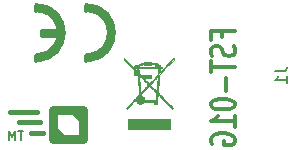
<source format=gbo>
G04 #@! TF.FileFunction,Legend,Bot*
%FSLAX46Y46*%
G04 Gerber Fmt 4.6, Leading zero omitted, Abs format (unit mm)*
G04 Created by KiCad (PCBNEW 4.0.2+dfsg1-stable) date Thu 01 Sep 2016 08:28:52 AM JST*
%MOMM*%
G01*
G04 APERTURE LIST*
%ADD10C,0.150000*%
%ADD11C,0.304800*%
%ADD12C,0.200660*%
%ADD13C,0.250000*%
%ADD14C,0.750000*%
%ADD15C,0.457200*%
%ADD16C,0.762000*%
%ADD17C,0.010000*%
%ADD18C,0.152400*%
G04 APERTURE END LIST*
D10*
D11*
X-2545143Y3195429D02*
X-2545143Y3703429D01*
X-1480762Y3703429D02*
X-3512762Y3703429D01*
X-3512762Y2977715D01*
X-1577524Y2469714D02*
X-1480762Y2252000D01*
X-1480762Y1889143D01*
X-1577524Y1744000D01*
X-1674286Y1671429D01*
X-1867810Y1598857D01*
X-2061333Y1598857D01*
X-2254857Y1671429D01*
X-2351619Y1744000D01*
X-2448381Y1889143D01*
X-2545143Y2179429D01*
X-2641905Y2324571D01*
X-2738667Y2397143D01*
X-2932190Y2469714D01*
X-3125714Y2469714D01*
X-3319238Y2397143D01*
X-3416000Y2324571D01*
X-3512762Y2179429D01*
X-3512762Y1816571D01*
X-3416000Y1598857D01*
X-3512762Y1163428D02*
X-3512762Y292571D01*
X-1480762Y728000D02*
X-3512762Y728000D01*
X-2254857Y-215429D02*
X-2254857Y-1376572D01*
X-3512762Y-2392572D02*
X-3512762Y-2537715D01*
X-3416000Y-2682858D01*
X-3319238Y-2755429D01*
X-3125714Y-2828000D01*
X-2738667Y-2900572D01*
X-2254857Y-2900572D01*
X-1867810Y-2828000D01*
X-1674286Y-2755429D01*
X-1577524Y-2682858D01*
X-1480762Y-2537715D01*
X-1480762Y-2392572D01*
X-1577524Y-2247429D01*
X-1674286Y-2174858D01*
X-1867810Y-2102286D01*
X-2254857Y-2029715D01*
X-2738667Y-2029715D01*
X-3125714Y-2102286D01*
X-3319238Y-2174858D01*
X-3416000Y-2247429D01*
X-3512762Y-2392572D01*
X-1480762Y-4352001D02*
X-1480762Y-3481144D01*
X-1480762Y-3916572D02*
X-3512762Y-3916572D01*
X-3222476Y-3771429D01*
X-3028952Y-3626287D01*
X-2932190Y-3481144D01*
X-3416000Y-5803430D02*
X-3512762Y-5658287D01*
X-3512762Y-5440573D01*
X-3416000Y-5222858D01*
X-3222476Y-5077716D01*
X-3028952Y-5005144D01*
X-2641905Y-4932573D01*
X-2351619Y-4932573D01*
X-1964571Y-5005144D01*
X-1771048Y-5077716D01*
X-1577524Y-5222858D01*
X-1480762Y-5440573D01*
X-1480762Y-5585716D01*
X-1577524Y-5803430D01*
X-1674286Y-5876001D01*
X-2351619Y-5876001D01*
X-2351619Y-5585716D01*
D12*
X1951325Y331046D02*
X2666153Y331046D01*
X2809119Y378702D01*
X2904430Y474012D01*
X2952085Y616978D01*
X2952085Y712288D01*
X2952085Y-669714D02*
X2952085Y-97851D01*
X2952085Y-383782D02*
X1951325Y-383782D01*
X2094290Y-288472D01*
X2189601Y-193161D01*
X2237256Y-97851D01*
D13*
X-18287500Y1725000D02*
X-18412500Y1725000D01*
X-18412500Y1725000D02*
X-18412500Y1225000D01*
X-18412500Y1225000D02*
X-18287500Y1225000D01*
X-18287500Y5975000D02*
X-18412500Y5975000D01*
X-18412500Y5975000D02*
X-18412500Y5475000D01*
X-18412500Y5475000D02*
X-18287500Y5475000D01*
X-17662500Y3350000D02*
X-17787500Y3350000D01*
X-17787500Y3850000D02*
X-17662500Y3850000D01*
X-17787500Y3850000D02*
X-17912500Y3850000D01*
X-17912500Y3850000D02*
X-17912500Y3350000D01*
X-17912500Y3350000D02*
X-17787500Y3350000D01*
X-14037500Y1725000D02*
X-14162500Y1725000D01*
X-14162500Y1725000D02*
X-14162500Y1225000D01*
X-14162500Y1225000D02*
X-14037500Y1225000D01*
X-14162500Y5975000D02*
X-14037500Y5975000D01*
X-14162500Y5975000D02*
X-14162500Y5475000D01*
X-14162500Y5475000D02*
X-14037500Y5475000D01*
D14*
X-13668498Y5692715D02*
G75*
G02X-13668498Y1507284I-369002J-2092715D01*
G01*
D13*
X-14037500Y5975000D02*
G75*
G02X-14037500Y1225000I0J-2375000D01*
G01*
X-14037500Y5475000D02*
G75*
G02X-14037500Y1725000I0J-1875000D01*
G01*
X-14037500Y5975000D02*
X-14037500Y5475000D01*
X-14037500Y1725000D02*
X-14037500Y1225000D01*
X-18287500Y1725000D02*
X-18287500Y1225000D01*
X-18287500Y5975000D02*
X-18287500Y5475000D01*
X-18287500Y5475000D02*
G75*
G02X-18287500Y1725000I0J-1875000D01*
G01*
X-18287500Y5975000D02*
G75*
G02X-18287500Y1225000I0J-2375000D01*
G01*
D14*
X-17662500Y3600000D02*
X-16162500Y3600000D01*
X-17918498Y5692715D02*
G75*
G02X-17918498Y1507284I-369002J-2092715D01*
G01*
D15*
X-17983200Y-3962400D02*
X-19761200Y-3962400D01*
X-18237200Y-3073400D02*
X-20523200Y-3073400D01*
X-17729200Y-4851400D02*
X-18745200Y-4851400D01*
D16*
X-14300200Y-2946400D02*
X-16840200Y-2946400D01*
X-16840200Y-2946400D02*
X-16840200Y-5359400D01*
X-16840200Y-5359400D02*
X-14300200Y-5359400D01*
X-14300200Y-5359400D02*
X-14300200Y-2946400D01*
X-16840200Y-4597400D02*
X-16078200Y-5359400D01*
X-15062200Y-2946400D02*
X-14300200Y-3708400D01*
D17*
G36*
X-10510822Y-4541822D02*
X-6990029Y-4541822D01*
X-6990029Y-3674198D01*
X-10510822Y-3674198D01*
X-10510822Y-4541822D01*
X-10510822Y-4541822D01*
G37*
X-10510822Y-4541822D02*
X-6990029Y-4541822D01*
X-6990029Y-3674198D01*
X-10510822Y-3674198D01*
X-10510822Y-4541822D01*
G36*
X-10887430Y1411152D02*
X-10886811Y1324069D01*
X-10435086Y865109D01*
X-9983361Y406148D01*
X-9983032Y195529D01*
X-9982703Y-15089D01*
X-9707610Y-15089D01*
X-9700522Y-68530D01*
X-9697838Y-92888D01*
X-9693313Y-138759D01*
X-9687191Y-203405D01*
X-9679712Y-284091D01*
X-9671119Y-378081D01*
X-9661654Y-482637D01*
X-9651558Y-595025D01*
X-9641074Y-712507D01*
X-9630444Y-832348D01*
X-9619909Y-951811D01*
X-9609713Y-1068159D01*
X-9600095Y-1178657D01*
X-9591300Y-1280569D01*
X-9583568Y-1371158D01*
X-9577142Y-1447687D01*
X-9572263Y-1507421D01*
X-9569175Y-1547624D01*
X-9568117Y-1565559D01*
X-9568118Y-1565644D01*
X-9575827Y-1580035D01*
X-9598981Y-1609748D01*
X-9637895Y-1655131D01*
X-9692884Y-1716529D01*
X-9764264Y-1794288D01*
X-9852349Y-1888754D01*
X-9957454Y-2000272D01*
X-10079895Y-2129188D01*
X-10114310Y-2165287D01*
X-10660137Y-2737416D01*
X-10571881Y-2825436D01*
X-10500485Y-2747758D01*
X-10474366Y-2719686D01*
X-10433566Y-2676274D01*
X-10380777Y-2620366D01*
X-10318691Y-2554808D01*
X-10250000Y-2482441D01*
X-10177396Y-2406112D01*
X-10133960Y-2360524D01*
X-10052416Y-2275119D01*
X-9986504Y-2206710D01*
X-9934544Y-2154053D01*
X-9894855Y-2115905D01*
X-9865757Y-2091020D01*
X-9845569Y-2078156D01*
X-9832610Y-2076068D01*
X-9825200Y-2083513D01*
X-9821658Y-2099246D01*
X-9820303Y-2122023D01*
X-9820121Y-2128239D01*
X-9810703Y-2171061D01*
X-9787497Y-2222819D01*
X-9755136Y-2275328D01*
X-9718252Y-2320403D01*
X-9703493Y-2334328D01*
X-9627767Y-2383047D01*
X-9539308Y-2410306D01*
X-9461100Y-2416773D01*
X-9372468Y-2404576D01*
X-9290612Y-2368813D01*
X-9218164Y-2310722D01*
X-9204797Y-2296262D01*
X-9155918Y-2240733D01*
X-8310326Y-2240733D01*
X-8310326Y-2416773D01*
X-8083990Y-2416773D01*
X-8083990Y-2334531D01*
X-8081150Y-2278386D01*
X-8071607Y-2239416D01*
X-8060009Y-2218219D01*
X-8051723Y-2203052D01*
X-8044627Y-2181062D01*
X-8038252Y-2148987D01*
X-8032128Y-2103569D01*
X-8025784Y-2041548D01*
X-8018750Y-1959662D01*
X-8013934Y-1898746D01*
X-7991839Y-1613343D01*
X-7449435Y-2162805D01*
X-7351363Y-2262228D01*
X-7257216Y-2357815D01*
X-7168715Y-2447810D01*
X-7087580Y-2530457D01*
X-7015531Y-2604001D01*
X-6954288Y-2666684D01*
X-6905573Y-2716752D01*
X-6871104Y-2752448D01*
X-6852621Y-2771995D01*
X-6822257Y-2802944D01*
X-6796929Y-2824530D01*
X-6783305Y-2831723D01*
X-6765905Y-2823297D01*
X-6740540Y-2802245D01*
X-6731942Y-2793671D01*
X-6695486Y-2755620D01*
X-6896198Y-2551658D01*
X-6947404Y-2499699D01*
X-7013431Y-2432820D01*
X-7091382Y-2353950D01*
X-7178362Y-2266014D01*
X-7271474Y-2171941D01*
X-7367821Y-2074658D01*
X-7464508Y-1977093D01*
X-7533866Y-1907145D01*
X-7639297Y-1800550D01*
X-7727871Y-1710307D01*
X-7800719Y-1635192D01*
X-7858977Y-1573986D01*
X-7903775Y-1525466D01*
X-7925979Y-1500129D01*
X-8104276Y-1500129D01*
X-8126599Y-1785555D01*
X-8133331Y-1869219D01*
X-8139843Y-1945727D01*
X-8145766Y-2011081D01*
X-8150732Y-2061281D01*
X-8154371Y-2092329D01*
X-8155542Y-2099273D01*
X-8162162Y-2127565D01*
X-9111636Y-2127565D01*
X-9117974Y-2048606D01*
X-9137110Y-1955315D01*
X-9177154Y-1872791D01*
X-9235582Y-1804038D01*
X-9309871Y-1752063D01*
X-9393252Y-1720863D01*
X-9420302Y-1706228D01*
X-9433844Y-1674819D01*
X-9434128Y-1673434D01*
X-9435753Y-1660174D01*
X-9433744Y-1646595D01*
X-9426142Y-1630181D01*
X-9410984Y-1608411D01*
X-9386312Y-1578767D01*
X-9350164Y-1538732D01*
X-9300580Y-1485785D01*
X-9235599Y-1417409D01*
X-9231401Y-1413005D01*
X-9161507Y-1339611D01*
X-9087200Y-1261437D01*
X-9013586Y-1183864D01*
X-8945771Y-1112275D01*
X-8888860Y-1052051D01*
X-8876168Y-1038587D01*
X-8827513Y-987820D01*
X-8784291Y-944375D01*
X-8749605Y-911241D01*
X-8726556Y-891405D01*
X-8718818Y-887046D01*
X-8707278Y-896170D01*
X-8680290Y-921200D01*
X-8639979Y-960052D01*
X-8588471Y-1010643D01*
X-8527891Y-1070888D01*
X-8460364Y-1138704D01*
X-8405174Y-1194565D01*
X-8104276Y-1500129D01*
X-7925979Y-1500129D01*
X-7936249Y-1488411D01*
X-7957529Y-1461599D01*
X-7968749Y-1443808D01*
X-7971246Y-1435570D01*
X-7970300Y-1417590D01*
X-7967427Y-1376892D01*
X-7962813Y-1315819D01*
X-7956642Y-1236713D01*
X-7949102Y-1141914D01*
X-7940379Y-1033767D01*
X-7930657Y-914612D01*
X-7920124Y-786791D01*
X-7911635Y-684635D01*
X-7863604Y-108674D01*
X-7987195Y-108674D01*
X-7987727Y-121104D01*
X-7990231Y-156110D01*
X-7994504Y-211215D01*
X-8000347Y-283943D01*
X-8007557Y-371814D01*
X-8015934Y-472351D01*
X-8025277Y-583077D01*
X-8034242Y-688205D01*
X-8044398Y-807483D01*
X-8053858Y-920080D01*
X-8062404Y-1023305D01*
X-8069821Y-1114473D01*
X-8075892Y-1190895D01*
X-8080399Y-1249883D01*
X-8083127Y-1288749D01*
X-8083884Y-1303844D01*
X-8085065Y-1313238D01*
X-8089744Y-1316966D01*
X-8099724Y-1313471D01*
X-8116810Y-1301199D01*
X-8142804Y-1278594D01*
X-8179510Y-1244100D01*
X-8228733Y-1196162D01*
X-8292274Y-1133224D01*
X-8359695Y-1065968D01*
X-8635399Y-790477D01*
X-8633467Y-788406D01*
X-8815710Y-788406D01*
X-8824016Y-799780D01*
X-8847267Y-826563D01*
X-8883135Y-866292D01*
X-8929287Y-916507D01*
X-8983394Y-974746D01*
X-9043126Y-1038547D01*
X-9106152Y-1105449D01*
X-9170142Y-1172990D01*
X-9232764Y-1238710D01*
X-9291690Y-1300146D01*
X-9344588Y-1354837D01*
X-9389128Y-1400322D01*
X-9422980Y-1434138D01*
X-9443812Y-1453826D01*
X-9449494Y-1457837D01*
X-9451366Y-1444891D01*
X-9455254Y-1409134D01*
X-9460943Y-1352804D01*
X-9468219Y-1278140D01*
X-9476869Y-1187380D01*
X-9486678Y-1082762D01*
X-9497434Y-966526D01*
X-9508921Y-840908D01*
X-9518093Y-739618D01*
X-9529826Y-608279D01*
X-9540665Y-484552D01*
X-9550430Y-370681D01*
X-9558937Y-268911D01*
X-9566005Y-181487D01*
X-9571451Y-110653D01*
X-9575092Y-58653D01*
X-9576747Y-27732D01*
X-9576558Y-19703D01*
X-9566666Y-26854D01*
X-9541476Y-49841D01*
X-9503190Y-86439D01*
X-9454011Y-134422D01*
X-9396139Y-191566D01*
X-9331778Y-255647D01*
X-9263129Y-324438D01*
X-9192395Y-395716D01*
X-9121778Y-467255D01*
X-9053480Y-536830D01*
X-8989704Y-602217D01*
X-8932650Y-661191D01*
X-8884522Y-711527D01*
X-8847522Y-750999D01*
X-8823852Y-777383D01*
X-8815710Y-788406D01*
X-8633467Y-788406D01*
X-8532591Y-680295D01*
X-8480232Y-624377D01*
X-8421465Y-561948D01*
X-8358615Y-495443D01*
X-8294005Y-427298D01*
X-8229958Y-359948D01*
X-8168797Y-295828D01*
X-8112847Y-237372D01*
X-8064430Y-187018D01*
X-8025870Y-147198D01*
X-7999491Y-120350D01*
X-7987616Y-108908D01*
X-7987195Y-108674D01*
X-7863604Y-108674D01*
X-7851599Y35274D01*
X-7251062Y666842D01*
X-6650525Y1298411D01*
X-6650966Y1386685D01*
X-6651408Y1474960D01*
X-6748417Y1371334D01*
X-6802709Y1313537D01*
X-6866808Y1245632D01*
X-6938984Y1169428D01*
X-7017508Y1086731D01*
X-7100651Y999347D01*
X-7186681Y909085D01*
X-7273870Y817750D01*
X-7360487Y727151D01*
X-7444803Y639093D01*
X-7525088Y555385D01*
X-7599613Y477833D01*
X-7666646Y408243D01*
X-7724459Y348424D01*
X-7771321Y300182D01*
X-7805504Y265324D01*
X-7825276Y245657D01*
X-7829610Y241884D01*
X-7829908Y255008D01*
X-7828269Y288611D01*
X-7824977Y338120D01*
X-7820318Y398963D01*
X-7818318Y423268D01*
X-7803423Y601049D01*
X-7920045Y601049D01*
X-7926066Y572757D01*
X-7929137Y550382D01*
X-7933452Y508283D01*
X-7938512Y451822D01*
X-7943819Y386365D01*
X-7945656Y362138D01*
X-7951073Y292579D01*
X-7956541Y227982D01*
X-7961512Y174452D01*
X-7965439Y138090D01*
X-7966325Y131491D01*
X-7969666Y117944D01*
X-7976899Y102086D01*
X-7989560Y82139D01*
X-8009189Y56327D01*
X-8037322Y22871D01*
X-8075498Y-20007D01*
X-8125254Y-74083D01*
X-8188129Y-141136D01*
X-8265659Y-222943D01*
X-8344749Y-305950D01*
X-8423436Y-388094D01*
X-8496888Y-464169D01*
X-8563276Y-532325D01*
X-8620773Y-590712D01*
X-8667549Y-637481D01*
X-8701776Y-670782D01*
X-8721627Y-688767D01*
X-8725860Y-691442D01*
X-8736997Y-681741D01*
X-8763029Y-656441D01*
X-8801430Y-618082D01*
X-8849672Y-569200D01*
X-8905230Y-512334D01*
X-8945408Y-470906D01*
X-9155169Y-254000D01*
X-8536663Y-254000D01*
X-8536663Y-15089D01*
X-9291119Y-15089D01*
X-9291119Y-121542D01*
X-9429435Y16346D01*
X-9527553Y114160D01*
X-9718643Y114160D01*
X-9720471Y98730D01*
X-9729723Y90133D01*
X-9752050Y86387D01*
X-9793105Y85511D01*
X-9800376Y85505D01*
X-9882109Y85505D01*
X-9882109Y304828D01*
X-9800376Y223821D01*
X-9754270Y174572D01*
X-9726694Y136841D01*
X-9718643Y114160D01*
X-9527553Y114160D01*
X-9567752Y154234D01*
X-9567752Y277048D01*
X-9568137Y333550D01*
X-9569900Y369495D01*
X-9573950Y389470D01*
X-9581199Y398063D01*
X-9592130Y399861D01*
X-9604288Y402502D01*
X-9613273Y413088D01*
X-9620174Y435619D01*
X-9626076Y474091D01*
X-9632065Y532502D01*
X-9633987Y553896D01*
X-9638148Y601049D01*
X-7920045Y601049D01*
X-7803423Y601049D01*
X-7643891Y601049D01*
X-7643891Y714218D01*
X-7711686Y714218D01*
X-7751338Y715304D01*
X-7772884Y720546D01*
X-7775520Y723666D01*
X-7914384Y723666D01*
X-7921692Y716538D01*
X-7947007Y714338D01*
X-7964092Y714218D01*
X-8021119Y714218D01*
X-8233779Y714218D01*
X-9648302Y714218D01*
X-9600458Y763214D01*
X-9526150Y823676D01*
X-9434184Y870309D01*
X-9323002Y903751D01*
X-9212529Y922247D01*
X-9140227Y930878D01*
X-9140227Y839960D01*
X-8561812Y839960D01*
X-8561812Y943107D01*
X-8476935Y934504D01*
X-8417632Y927244D01*
X-8354449Y917621D01*
X-8316614Y910748D01*
X-8241168Y895593D01*
X-8237474Y804905D01*
X-8233779Y714218D01*
X-8021119Y714218D01*
X-8021119Y764515D01*
X-8019456Y796024D01*
X-8015303Y813537D01*
X-8013629Y814812D01*
X-7995013Y806746D01*
X-7967817Y787180D01*
X-7940552Y763056D01*
X-7921733Y741318D01*
X-7920057Y738492D01*
X-7914384Y723666D01*
X-7775520Y723666D01*
X-7783338Y732919D01*
X-7787558Y746396D01*
X-7804781Y781373D01*
X-7837862Y823421D01*
X-7881107Y866644D01*
X-7928826Y905146D01*
X-7960170Y925199D01*
X-7995877Y947149D01*
X-8014181Y965589D01*
X-8020612Y987332D01*
X-8021106Y1000282D01*
X-8021106Y1003425D01*
X-8662406Y1003425D01*
X-8662406Y940554D01*
X-9039633Y940554D01*
X-9039633Y1003425D01*
X-8662406Y1003425D01*
X-8021106Y1003425D01*
X-8021119Y1041148D01*
X-8126952Y1041148D01*
X-8175645Y1039971D01*
X-8213595Y1036835D01*
X-8234692Y1032329D01*
X-8236977Y1030505D01*
X-8250359Y1027705D01*
X-8282926Y1028852D01*
X-8329084Y1033607D01*
X-8360624Y1037997D01*
X-8417812Y1046622D01*
X-8470114Y1054409D01*
X-8509418Y1060153D01*
X-8520945Y1061785D01*
X-8551063Y1071112D01*
X-8561812Y1085728D01*
X-8565080Y1091680D01*
X-8576770Y1096222D01*
X-8599712Y1099530D01*
X-8636735Y1101785D01*
X-8690668Y1103166D01*
X-8764340Y1103850D01*
X-8851020Y1104020D01*
X-8943529Y1103923D01*
X-9013906Y1103470D01*
X-9065164Y1102410D01*
X-9100320Y1100497D01*
X-9122389Y1097481D01*
X-9134385Y1093115D01*
X-9139324Y1087151D01*
X-9140227Y1080216D01*
X-9147921Y1058205D01*
X-9173121Y1045679D01*
X-9219009Y1041212D01*
X-9227264Y1041148D01*
X-9304973Y1033132D01*
X-9393233Y1011064D01*
X-9484085Y977916D01*
X-9569570Y936661D01*
X-9641726Y890269D01*
X-9651072Y882918D01*
X-9681533Y859002D01*
X-9699572Y849424D01*
X-9712169Y852520D01*
X-9725100Y865296D01*
X-9763293Y890322D01*
X-9812998Y899929D01*
X-9866524Y894933D01*
X-9916178Y876149D01*
X-9954267Y844394D01*
X-9957025Y840703D01*
X-9985526Y781425D01*
X-9990828Y720066D01*
X-9973518Y661573D01*
X-9934180Y610896D01*
X-9929370Y606711D01*
X-9901440Y586833D01*
X-9873102Y578079D01*
X-9833263Y577447D01*
X-9823311Y578008D01*
X-9784332Y579438D01*
X-9764254Y576161D01*
X-9756985Y566272D01*
X-9756240Y557039D01*
X-9754716Y530256D01*
X-9750935Y489975D01*
X-9748218Y465876D01*
X-9744277Y427599D01*
X-9745916Y408004D01*
X-9755421Y400842D01*
X-9772351Y399861D01*
X-9782392Y403099D01*
X-9798590Y413580D01*
X-9822145Y432452D01*
X-9854257Y460865D01*
X-9896128Y499965D01*
X-9948957Y550903D01*
X-10013945Y614827D01*
X-10092291Y692886D01*
X-10185197Y786228D01*
X-10293863Y896002D01*
X-10346231Y949048D01*
X-10888049Y1498233D01*
X-10887430Y1411152D01*
X-10887430Y1411152D01*
G37*
X-10887430Y1411152D02*
X-10886811Y1324069D01*
X-10435086Y865109D01*
X-9983361Y406148D01*
X-9983032Y195529D01*
X-9982703Y-15089D01*
X-9707610Y-15089D01*
X-9700522Y-68530D01*
X-9697838Y-92888D01*
X-9693313Y-138759D01*
X-9687191Y-203405D01*
X-9679712Y-284091D01*
X-9671119Y-378081D01*
X-9661654Y-482637D01*
X-9651558Y-595025D01*
X-9641074Y-712507D01*
X-9630444Y-832348D01*
X-9619909Y-951811D01*
X-9609713Y-1068159D01*
X-9600095Y-1178657D01*
X-9591300Y-1280569D01*
X-9583568Y-1371158D01*
X-9577142Y-1447687D01*
X-9572263Y-1507421D01*
X-9569175Y-1547624D01*
X-9568117Y-1565559D01*
X-9568118Y-1565644D01*
X-9575827Y-1580035D01*
X-9598981Y-1609748D01*
X-9637895Y-1655131D01*
X-9692884Y-1716529D01*
X-9764264Y-1794288D01*
X-9852349Y-1888754D01*
X-9957454Y-2000272D01*
X-10079895Y-2129188D01*
X-10114310Y-2165287D01*
X-10660137Y-2737416D01*
X-10571881Y-2825436D01*
X-10500485Y-2747758D01*
X-10474366Y-2719686D01*
X-10433566Y-2676274D01*
X-10380777Y-2620366D01*
X-10318691Y-2554808D01*
X-10250000Y-2482441D01*
X-10177396Y-2406112D01*
X-10133960Y-2360524D01*
X-10052416Y-2275119D01*
X-9986504Y-2206710D01*
X-9934544Y-2154053D01*
X-9894855Y-2115905D01*
X-9865757Y-2091020D01*
X-9845569Y-2078156D01*
X-9832610Y-2076068D01*
X-9825200Y-2083513D01*
X-9821658Y-2099246D01*
X-9820303Y-2122023D01*
X-9820121Y-2128239D01*
X-9810703Y-2171061D01*
X-9787497Y-2222819D01*
X-9755136Y-2275328D01*
X-9718252Y-2320403D01*
X-9703493Y-2334328D01*
X-9627767Y-2383047D01*
X-9539308Y-2410306D01*
X-9461100Y-2416773D01*
X-9372468Y-2404576D01*
X-9290612Y-2368813D01*
X-9218164Y-2310722D01*
X-9204797Y-2296262D01*
X-9155918Y-2240733D01*
X-8310326Y-2240733D01*
X-8310326Y-2416773D01*
X-8083990Y-2416773D01*
X-8083990Y-2334531D01*
X-8081150Y-2278386D01*
X-8071607Y-2239416D01*
X-8060009Y-2218219D01*
X-8051723Y-2203052D01*
X-8044627Y-2181062D01*
X-8038252Y-2148987D01*
X-8032128Y-2103569D01*
X-8025784Y-2041548D01*
X-8018750Y-1959662D01*
X-8013934Y-1898746D01*
X-7991839Y-1613343D01*
X-7449435Y-2162805D01*
X-7351363Y-2262228D01*
X-7257216Y-2357815D01*
X-7168715Y-2447810D01*
X-7087580Y-2530457D01*
X-7015531Y-2604001D01*
X-6954288Y-2666684D01*
X-6905573Y-2716752D01*
X-6871104Y-2752448D01*
X-6852621Y-2771995D01*
X-6822257Y-2802944D01*
X-6796929Y-2824530D01*
X-6783305Y-2831723D01*
X-6765905Y-2823297D01*
X-6740540Y-2802245D01*
X-6731942Y-2793671D01*
X-6695486Y-2755620D01*
X-6896198Y-2551658D01*
X-6947404Y-2499699D01*
X-7013431Y-2432820D01*
X-7091382Y-2353950D01*
X-7178362Y-2266014D01*
X-7271474Y-2171941D01*
X-7367821Y-2074658D01*
X-7464508Y-1977093D01*
X-7533866Y-1907145D01*
X-7639297Y-1800550D01*
X-7727871Y-1710307D01*
X-7800719Y-1635192D01*
X-7858977Y-1573986D01*
X-7903775Y-1525466D01*
X-7925979Y-1500129D01*
X-8104276Y-1500129D01*
X-8126599Y-1785555D01*
X-8133331Y-1869219D01*
X-8139843Y-1945727D01*
X-8145766Y-2011081D01*
X-8150732Y-2061281D01*
X-8154371Y-2092329D01*
X-8155542Y-2099273D01*
X-8162162Y-2127565D01*
X-9111636Y-2127565D01*
X-9117974Y-2048606D01*
X-9137110Y-1955315D01*
X-9177154Y-1872791D01*
X-9235582Y-1804038D01*
X-9309871Y-1752063D01*
X-9393252Y-1720863D01*
X-9420302Y-1706228D01*
X-9433844Y-1674819D01*
X-9434128Y-1673434D01*
X-9435753Y-1660174D01*
X-9433744Y-1646595D01*
X-9426142Y-1630181D01*
X-9410984Y-1608411D01*
X-9386312Y-1578767D01*
X-9350164Y-1538732D01*
X-9300580Y-1485785D01*
X-9235599Y-1417409D01*
X-9231401Y-1413005D01*
X-9161507Y-1339611D01*
X-9087200Y-1261437D01*
X-9013586Y-1183864D01*
X-8945771Y-1112275D01*
X-8888860Y-1052051D01*
X-8876168Y-1038587D01*
X-8827513Y-987820D01*
X-8784291Y-944375D01*
X-8749605Y-911241D01*
X-8726556Y-891405D01*
X-8718818Y-887046D01*
X-8707278Y-896170D01*
X-8680290Y-921200D01*
X-8639979Y-960052D01*
X-8588471Y-1010643D01*
X-8527891Y-1070888D01*
X-8460364Y-1138704D01*
X-8405174Y-1194565D01*
X-8104276Y-1500129D01*
X-7925979Y-1500129D01*
X-7936249Y-1488411D01*
X-7957529Y-1461599D01*
X-7968749Y-1443808D01*
X-7971246Y-1435570D01*
X-7970300Y-1417590D01*
X-7967427Y-1376892D01*
X-7962813Y-1315819D01*
X-7956642Y-1236713D01*
X-7949102Y-1141914D01*
X-7940379Y-1033767D01*
X-7930657Y-914612D01*
X-7920124Y-786791D01*
X-7911635Y-684635D01*
X-7863604Y-108674D01*
X-7987195Y-108674D01*
X-7987727Y-121104D01*
X-7990231Y-156110D01*
X-7994504Y-211215D01*
X-8000347Y-283943D01*
X-8007557Y-371814D01*
X-8015934Y-472351D01*
X-8025277Y-583077D01*
X-8034242Y-688205D01*
X-8044398Y-807483D01*
X-8053858Y-920080D01*
X-8062404Y-1023305D01*
X-8069821Y-1114473D01*
X-8075892Y-1190895D01*
X-8080399Y-1249883D01*
X-8083127Y-1288749D01*
X-8083884Y-1303844D01*
X-8085065Y-1313238D01*
X-8089744Y-1316966D01*
X-8099724Y-1313471D01*
X-8116810Y-1301199D01*
X-8142804Y-1278594D01*
X-8179510Y-1244100D01*
X-8228733Y-1196162D01*
X-8292274Y-1133224D01*
X-8359695Y-1065968D01*
X-8635399Y-790477D01*
X-8633467Y-788406D01*
X-8815710Y-788406D01*
X-8824016Y-799780D01*
X-8847267Y-826563D01*
X-8883135Y-866292D01*
X-8929287Y-916507D01*
X-8983394Y-974746D01*
X-9043126Y-1038547D01*
X-9106152Y-1105449D01*
X-9170142Y-1172990D01*
X-9232764Y-1238710D01*
X-9291690Y-1300146D01*
X-9344588Y-1354837D01*
X-9389128Y-1400322D01*
X-9422980Y-1434138D01*
X-9443812Y-1453826D01*
X-9449494Y-1457837D01*
X-9451366Y-1444891D01*
X-9455254Y-1409134D01*
X-9460943Y-1352804D01*
X-9468219Y-1278140D01*
X-9476869Y-1187380D01*
X-9486678Y-1082762D01*
X-9497434Y-966526D01*
X-9508921Y-840908D01*
X-9518093Y-739618D01*
X-9529826Y-608279D01*
X-9540665Y-484552D01*
X-9550430Y-370681D01*
X-9558937Y-268911D01*
X-9566005Y-181487D01*
X-9571451Y-110653D01*
X-9575092Y-58653D01*
X-9576747Y-27732D01*
X-9576558Y-19703D01*
X-9566666Y-26854D01*
X-9541476Y-49841D01*
X-9503190Y-86439D01*
X-9454011Y-134422D01*
X-9396139Y-191566D01*
X-9331778Y-255647D01*
X-9263129Y-324438D01*
X-9192395Y-395716D01*
X-9121778Y-467255D01*
X-9053480Y-536830D01*
X-8989704Y-602217D01*
X-8932650Y-661191D01*
X-8884522Y-711527D01*
X-8847522Y-750999D01*
X-8823852Y-777383D01*
X-8815710Y-788406D01*
X-8633467Y-788406D01*
X-8532591Y-680295D01*
X-8480232Y-624377D01*
X-8421465Y-561948D01*
X-8358615Y-495443D01*
X-8294005Y-427298D01*
X-8229958Y-359948D01*
X-8168797Y-295828D01*
X-8112847Y-237372D01*
X-8064430Y-187018D01*
X-8025870Y-147198D01*
X-7999491Y-120350D01*
X-7987616Y-108908D01*
X-7987195Y-108674D01*
X-7863604Y-108674D01*
X-7851599Y35274D01*
X-7251062Y666842D01*
X-6650525Y1298411D01*
X-6650966Y1386685D01*
X-6651408Y1474960D01*
X-6748417Y1371334D01*
X-6802709Y1313537D01*
X-6866808Y1245632D01*
X-6938984Y1169428D01*
X-7017508Y1086731D01*
X-7100651Y999347D01*
X-7186681Y909085D01*
X-7273870Y817750D01*
X-7360487Y727151D01*
X-7444803Y639093D01*
X-7525088Y555385D01*
X-7599613Y477833D01*
X-7666646Y408243D01*
X-7724459Y348424D01*
X-7771321Y300182D01*
X-7805504Y265324D01*
X-7825276Y245657D01*
X-7829610Y241884D01*
X-7829908Y255008D01*
X-7828269Y288611D01*
X-7824977Y338120D01*
X-7820318Y398963D01*
X-7818318Y423268D01*
X-7803423Y601049D01*
X-7920045Y601049D01*
X-7926066Y572757D01*
X-7929137Y550382D01*
X-7933452Y508283D01*
X-7938512Y451822D01*
X-7943819Y386365D01*
X-7945656Y362138D01*
X-7951073Y292579D01*
X-7956541Y227982D01*
X-7961512Y174452D01*
X-7965439Y138090D01*
X-7966325Y131491D01*
X-7969666Y117944D01*
X-7976899Y102086D01*
X-7989560Y82139D01*
X-8009189Y56327D01*
X-8037322Y22871D01*
X-8075498Y-20007D01*
X-8125254Y-74083D01*
X-8188129Y-141136D01*
X-8265659Y-222943D01*
X-8344749Y-305950D01*
X-8423436Y-388094D01*
X-8496888Y-464169D01*
X-8563276Y-532325D01*
X-8620773Y-590712D01*
X-8667549Y-637481D01*
X-8701776Y-670782D01*
X-8721627Y-688767D01*
X-8725860Y-691442D01*
X-8736997Y-681741D01*
X-8763029Y-656441D01*
X-8801430Y-618082D01*
X-8849672Y-569200D01*
X-8905230Y-512334D01*
X-8945408Y-470906D01*
X-9155169Y-254000D01*
X-8536663Y-254000D01*
X-8536663Y-15089D01*
X-9291119Y-15089D01*
X-9291119Y-121542D01*
X-9429435Y16346D01*
X-9527553Y114160D01*
X-9718643Y114160D01*
X-9720471Y98730D01*
X-9729723Y90133D01*
X-9752050Y86387D01*
X-9793105Y85511D01*
X-9800376Y85505D01*
X-9882109Y85505D01*
X-9882109Y304828D01*
X-9800376Y223821D01*
X-9754270Y174572D01*
X-9726694Y136841D01*
X-9718643Y114160D01*
X-9527553Y114160D01*
X-9567752Y154234D01*
X-9567752Y277048D01*
X-9568137Y333550D01*
X-9569900Y369495D01*
X-9573950Y389470D01*
X-9581199Y398063D01*
X-9592130Y399861D01*
X-9604288Y402502D01*
X-9613273Y413088D01*
X-9620174Y435619D01*
X-9626076Y474091D01*
X-9632065Y532502D01*
X-9633987Y553896D01*
X-9638148Y601049D01*
X-7920045Y601049D01*
X-7803423Y601049D01*
X-7643891Y601049D01*
X-7643891Y714218D01*
X-7711686Y714218D01*
X-7751338Y715304D01*
X-7772884Y720546D01*
X-7775520Y723666D01*
X-7914384Y723666D01*
X-7921692Y716538D01*
X-7947007Y714338D01*
X-7964092Y714218D01*
X-8021119Y714218D01*
X-8233779Y714218D01*
X-9648302Y714218D01*
X-9600458Y763214D01*
X-9526150Y823676D01*
X-9434184Y870309D01*
X-9323002Y903751D01*
X-9212529Y922247D01*
X-9140227Y930878D01*
X-9140227Y839960D01*
X-8561812Y839960D01*
X-8561812Y943107D01*
X-8476935Y934504D01*
X-8417632Y927244D01*
X-8354449Y917621D01*
X-8316614Y910748D01*
X-8241168Y895593D01*
X-8237474Y804905D01*
X-8233779Y714218D01*
X-8021119Y714218D01*
X-8021119Y764515D01*
X-8019456Y796024D01*
X-8015303Y813537D01*
X-8013629Y814812D01*
X-7995013Y806746D01*
X-7967817Y787180D01*
X-7940552Y763056D01*
X-7921733Y741318D01*
X-7920057Y738492D01*
X-7914384Y723666D01*
X-7775520Y723666D01*
X-7783338Y732919D01*
X-7787558Y746396D01*
X-7804781Y781373D01*
X-7837862Y823421D01*
X-7881107Y866644D01*
X-7928826Y905146D01*
X-7960170Y925199D01*
X-7995877Y947149D01*
X-8014181Y965589D01*
X-8020612Y987332D01*
X-8021106Y1000282D01*
X-8021106Y1003425D01*
X-8662406Y1003425D01*
X-8662406Y940554D01*
X-9039633Y940554D01*
X-9039633Y1003425D01*
X-8662406Y1003425D01*
X-8021106Y1003425D01*
X-8021119Y1041148D01*
X-8126952Y1041148D01*
X-8175645Y1039971D01*
X-8213595Y1036835D01*
X-8234692Y1032329D01*
X-8236977Y1030505D01*
X-8250359Y1027705D01*
X-8282926Y1028852D01*
X-8329084Y1033607D01*
X-8360624Y1037997D01*
X-8417812Y1046622D01*
X-8470114Y1054409D01*
X-8509418Y1060153D01*
X-8520945Y1061785D01*
X-8551063Y1071112D01*
X-8561812Y1085728D01*
X-8565080Y1091680D01*
X-8576770Y1096222D01*
X-8599712Y1099530D01*
X-8636735Y1101785D01*
X-8690668Y1103166D01*
X-8764340Y1103850D01*
X-8851020Y1104020D01*
X-8943529Y1103923D01*
X-9013906Y1103470D01*
X-9065164Y1102410D01*
X-9100320Y1100497D01*
X-9122389Y1097481D01*
X-9134385Y1093115D01*
X-9139324Y1087151D01*
X-9140227Y1080216D01*
X-9147921Y1058205D01*
X-9173121Y1045679D01*
X-9219009Y1041212D01*
X-9227264Y1041148D01*
X-9304973Y1033132D01*
X-9393233Y1011064D01*
X-9484085Y977916D01*
X-9569570Y936661D01*
X-9641726Y890269D01*
X-9651072Y882918D01*
X-9681533Y859002D01*
X-9699572Y849424D01*
X-9712169Y852520D01*
X-9725100Y865296D01*
X-9763293Y890322D01*
X-9812998Y899929D01*
X-9866524Y894933D01*
X-9916178Y876149D01*
X-9954267Y844394D01*
X-9957025Y840703D01*
X-9985526Y781425D01*
X-9990828Y720066D01*
X-9973518Y661573D01*
X-9934180Y610896D01*
X-9929370Y606711D01*
X-9901440Y586833D01*
X-9873102Y578079D01*
X-9833263Y577447D01*
X-9823311Y578008D01*
X-9784332Y579438D01*
X-9764254Y576161D01*
X-9756985Y566272D01*
X-9756240Y557039D01*
X-9754716Y530256D01*
X-9750935Y489975D01*
X-9748218Y465876D01*
X-9744277Y427599D01*
X-9745916Y408004D01*
X-9755421Y400842D01*
X-9772351Y399861D01*
X-9782392Y403099D01*
X-9798590Y413580D01*
X-9822145Y432452D01*
X-9854257Y460865D01*
X-9896128Y499965D01*
X-9948957Y550903D01*
X-10013945Y614827D01*
X-10092291Y692886D01*
X-10185197Y786228D01*
X-10293863Y896002D01*
X-10346231Y949048D01*
X-10888049Y1498233D01*
X-10887430Y1411152D01*
D18*
X-19362057Y-4688114D02*
X-19797486Y-4688114D01*
X-19579772Y-5450114D02*
X-19579772Y-4688114D01*
X-20051486Y-5450114D02*
X-20051486Y-4688114D01*
X-20305486Y-5232400D01*
X-20559486Y-4688114D01*
X-20559486Y-5450114D01*
M02*

</source>
